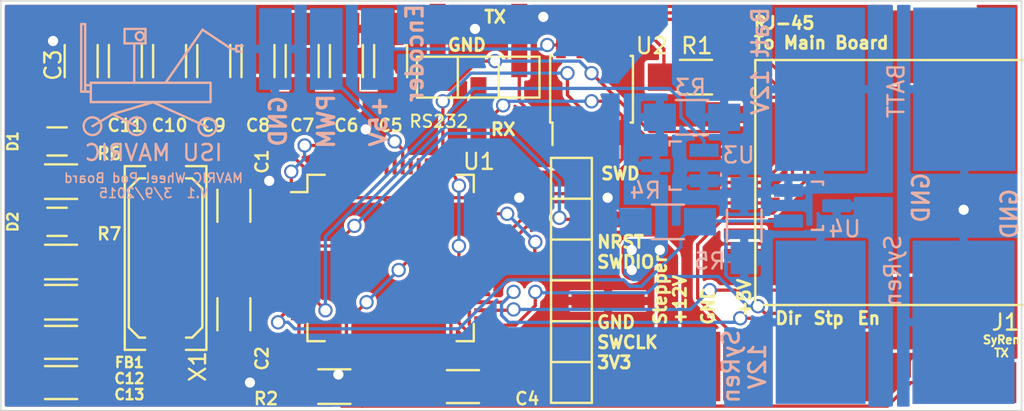
<source format=kicad_pcb>
(kicad_pcb (version 4) (host pcbnew "(2015-01-16 BZR 5376)-product")
  (layers (0 F.Cu signal hide) (31 B.Cu signal) (34 B.Paste user) (35 F.Paste user) (36 B.SilkS user) (37 F.SilkS user) (38 B.Mask user) (39 F.Mask user) (44 Edge.Cuts user))
  (net 0 "")
  (net 1 "Net-(U1-Pad4)")
  (net 2 "Net-(U1-Pad8)")
  (net 3 "Net-(U1-Pad9)")
  (net 4 "Net-(U1-Pad10)")
  (net 5 "Net-(U1-Pad11)")
  (net 6 "Net-(U1-Pad17)")
  (net 7 "Net-(U1-Pad20)")
  (net 8 "Net-(U1-Pad21)")
  (net 9 "Net-(U1-Pad22)")
  (net 10 "Net-(U1-Pad23)")
  (net 11 "Net-(U1-Pad24)")
  (net 12 "Net-(U1-Pad25)")
  (net 13 "Net-(U1-Pad26)")
  (net 14 "Net-(U1-Pad27)")
  (net 15 "Net-(U1-Pad28)")
  (net 16 "Net-(U1-Pad29)")
  (net 17 "Net-(U1-Pad33)")
  (net 18 "Net-(U1-Pad36)")
  (net 19 "Net-(U1-Pad37)")
  (net 20 "Net-(U1-Pad38)")
  (net 21 "Net-(U1-Pad39)")
  (net 22 "Net-(U1-Pad40)")
  (net 23 "Net-(U1-Pad44)")
  (net 24 "Net-(U1-Pad45)")
  (net 25 "Net-(U1-Pad51)")
  (net 26 "Net-(U1-Pad52)")
  (net 27 "Net-(U1-Pad53)")
  (net 28 "Net-(U1-Pad54)")
  (net 29 "Net-(U1-Pad56)")
  (net 30 "Net-(U1-Pad57)")
  (net 31 "Net-(U1-Pad58)")
  (net 32 "Net-(U1-Pad59)")
  (net 33 "Net-(U1-Pad61)")
  (net 34 "Net-(U1-Pad62)")
  (net 35 /OSC_IN)
  (net 36 GND)
  (net 37 /OSC_OUT)
  (net 38 "Net-(C3-Pad1)")
  (net 39 "Net-(C4-Pad1)")
  (net 40 +3V3)
  (net 41 /VDDA)
  (net 42 +5V)
  (net 43 +12V)
  (net 44 /Step_Enable)
  (net 45 /Step_Step)
  (net 46 /Step_Direction)
  (net 47 /USART1_TX)
  (net 48 /USART1_RX)
  (net 49 "Net-(P3-Pad6)")
  (net 50 /NRST)
  (net 51 /SWDIO)
  (net 52 /SWCLK)
  (net 53 /StepperCurrent)
  (net 54 /Stp+12V)
  (net 55 /SyRenCurrent)
  (net 56 "Net-(J1-Pad1)")
  (net 57 "Net-(J1-Pad2)")
  (net 58 "Net-(J1-Pad4)")
  (net 59 "Net-(J1-Pad5)")
  (net 60 "Net-(P4-Pad2)")
  (net 61 /USART2_TX)
  (net 62 /TX_EN)
  (net 63 "Net-(D1-Pad1)")
  (net 64 "Net-(D1-Pad2)")
  (net 65 "Net-(D2-Pad2)")
  (net 66 "Net-(J2-Pad2)")
  (net 67 "Net-(D2-Pad1)")
  (module Capacitors_SMD:C_1206_HandSoldering (layer F.Cu) (at 234.2 141.55 90)
    (fp_text reference C1 (at 2.75 1.75 90) (layer F.SilkS) (effects (font (size 0.762 0.762))))
    (fp_text value 15pF hide)
    (pad 1 smd rect (at -2 0 90) (size 2 1.6) (layers F.Cu F.Paste F.Mask) (net 35 /OSC_IN))
    (pad 2 smd rect (at 2 0 90) (size 2 1.6) (layers F.Cu F.Paste F.Mask) (net 36 GND))
  )
  (module Housings_QFP:LQFP-64_10x10mm_Pitch0.5mm (layer F.Cu) (at 243.95 144.8)
    (fp_text reference U1 (at 5.5 -6) (layer F.SilkS))
    (fp_text value STM32F401RCT6 hide)
    (pad 1 smd rect (at -5.7 -3.75) (size 1 0.25) (layers F.Cu F.Paste F.Mask) (net 40 +3V3))
    (pad 2 smd rect (at -5.7 -3.25) (size 1 0.25) (layers F.Cu F.Paste F.Mask) (net 64 "Net-(D1-Pad2)"))
    (pad 3 smd rect (at -5.7 -2.75) (size 1 0.25) (layers F.Cu F.Paste F.Mask) (net 65 "Net-(D2-Pad2)"))
    (pad 4 smd rect (at -5.7 -2.25) (size 1 0.25) (layers F.Cu F.Paste F.Mask) (net 1 "Net-(U1-Pad4)"))
    (pad 5 smd rect (at -5.7 -1.75) (size 1 0.25) (layers F.Cu F.Paste F.Mask) (net 35 /OSC_IN))
    (pad 6 smd rect (at -5.7 -1.25) (size 1 0.25) (layers F.Cu F.Paste F.Mask) (net 37 /OSC_OUT))
    (pad 7 smd rect (at -5.7 -0.75) (size 1 0.25) (layers F.Cu F.Paste F.Mask) (net 50 /NRST))
    (pad 8 smd rect (at -5.7 -0.25) (size 1 0.25) (layers F.Cu F.Paste F.Mask) (net 2 "Net-(U1-Pad8)"))
    (pad 9 smd rect (at -5.7 0.25) (size 1 0.25) (layers F.Cu F.Paste F.Mask) (net 3 "Net-(U1-Pad9)"))
    (pad 10 smd rect (at -5.7 0.75) (size 1 0.25) (layers F.Cu F.Paste F.Mask) (net 4 "Net-(U1-Pad10)"))
    (pad 11 smd rect (at -5.7 1.25) (size 1 0.25) (layers F.Cu F.Paste F.Mask) (net 5 "Net-(U1-Pad11)"))
    (pad 12 smd rect (at -5.7 1.75) (size 1 0.25) (layers F.Cu F.Paste F.Mask) (net 36 GND))
    (pad 13 smd rect (at -5.7 2.25) (size 1 0.25) (layers F.Cu F.Paste F.Mask) (net 41 /VDDA))
    (pad 14 smd rect (at -5.7 2.75) (size 1 0.25) (layers F.Cu F.Paste F.Mask) (net 53 /StepperCurrent))
    (pad 15 smd rect (at -5.7 3.25) (size 1 0.25) (layers F.Cu F.Paste F.Mask) (net 55 /SyRenCurrent))
    (pad 16 smd rect (at -5.7 3.75) (size 1 0.25) (layers F.Cu F.Paste F.Mask) (net 61 /USART2_TX))
    (pad 17 smd rect (at -3.75 5.7 90) (size 1 0.25) (layers F.Cu F.Paste F.Mask) (net 6 "Net-(U1-Pad17)"))
    (pad 18 smd rect (at -3.25 5.7 90) (size 1 0.25) (layers F.Cu F.Paste F.Mask) (net 36 GND))
    (pad 19 smd rect (at -2.75 5.7 90) (size 1 0.25) (layers F.Cu F.Paste F.Mask) (net 40 +3V3))
    (pad 20 smd rect (at -2.25 5.7 90) (size 1 0.25) (layers F.Cu F.Paste F.Mask) (net 7 "Net-(U1-Pad20)"))
    (pad 21 smd rect (at -1.75 5.7 90) (size 1 0.25) (layers F.Cu F.Paste F.Mask) (net 8 "Net-(U1-Pad21)"))
    (pad 22 smd rect (at -1.25 5.7 90) (size 1 0.25) (layers F.Cu F.Paste F.Mask) (net 9 "Net-(U1-Pad22)"))
    (pad 23 smd rect (at -0.75 5.7 90) (size 1 0.25) (layers F.Cu F.Paste F.Mask) (net 10 "Net-(U1-Pad23)"))
    (pad 24 smd rect (at -0.25 5.7 90) (size 1 0.25) (layers F.Cu F.Paste F.Mask) (net 11 "Net-(U1-Pad24)"))
    (pad 25 smd rect (at 0.25 5.7 90) (size 1 0.25) (layers F.Cu F.Paste F.Mask) (net 12 "Net-(U1-Pad25)"))
    (pad 26 smd rect (at 0.75 5.7 90) (size 1 0.25) (layers F.Cu F.Paste F.Mask) (net 13 "Net-(U1-Pad26)"))
    (pad 27 smd rect (at 1.25 5.7 90) (size 1 0.25) (layers F.Cu F.Paste F.Mask) (net 14 "Net-(U1-Pad27)"))
    (pad 28 smd rect (at 1.75 5.7 90) (size 1 0.25) (layers F.Cu F.Paste F.Mask) (net 15 "Net-(U1-Pad28)"))
    (pad 29 smd rect (at 2.25 5.7 90) (size 1 0.25) (layers F.Cu F.Paste F.Mask) (net 16 "Net-(U1-Pad29)"))
    (pad 30 smd rect (at 2.75 5.7 90) (size 1 0.25) (layers F.Cu F.Paste F.Mask) (net 39 "Net-(C4-Pad1)"))
    (pad 31 smd rect (at 3.25 5.7 90) (size 1 0.25) (layers F.Cu F.Paste F.Mask) (net 36 GND))
    (pad 32 smd rect (at 3.75 5.7 90) (size 1 0.25) (layers F.Cu F.Paste F.Mask) (net 40 +3V3))
    (pad 33 smd rect (at 5.7 3.75) (size 1 0.25) (layers F.Cu F.Paste F.Mask) (net 17 "Net-(U1-Pad33)"))
    (pad 34 smd rect (at 5.7 3.25) (size 1 0.25) (layers F.Cu F.Paste F.Mask) (net 44 /Step_Enable))
    (pad 35 smd rect (at 5.7 2.75) (size 1 0.25) (layers F.Cu F.Paste F.Mask) (net 46 /Step_Direction))
    (pad 36 smd rect (at 5.7 2.25) (size 1 0.25) (layers F.Cu F.Paste F.Mask) (net 18 "Net-(U1-Pad36)"))
    (pad 37 smd rect (at 5.7 1.75) (size 1 0.25) (layers F.Cu F.Paste F.Mask) (net 19 "Net-(U1-Pad37)"))
    (pad 38 smd rect (at 5.7 1.25) (size 1 0.25) (layers F.Cu F.Paste F.Mask) (net 20 "Net-(U1-Pad38)"))
    (pad 39 smd rect (at 5.7 0.75) (size 1 0.25) (layers F.Cu F.Paste F.Mask) (net 21 "Net-(U1-Pad39)"))
    (pad 40 smd rect (at 5.7 0.25) (size 1 0.25) (layers F.Cu F.Paste F.Mask) (net 22 "Net-(U1-Pad40)"))
    (pad 41 smd rect (at 5.7 -0.25) (size 1 0.25) (layers F.Cu F.Paste F.Mask) (net 45 /Step_Step))
    (pad 42 smd rect (at 5.7 -0.75) (size 1 0.25) (layers F.Cu F.Paste F.Mask) (net 47 /USART1_TX))
    (pad 43 smd rect (at 5.7 -1.25) (size 1 0.25) (layers F.Cu F.Paste F.Mask) (net 48 /USART1_RX))
    (pad 44 smd rect (at 5.7 -1.75) (size 1 0.25) (layers F.Cu F.Paste F.Mask) (net 23 "Net-(U1-Pad44)"))
    (pad 45 smd rect (at 5.7 -2.25) (size 1 0.25) (layers F.Cu F.Paste F.Mask) (net 24 "Net-(U1-Pad45)"))
    (pad 46 smd rect (at 5.7 -2.75) (size 1 0.25) (layers F.Cu F.Paste F.Mask) (net 51 /SWDIO))
    (pad 47 smd rect (at 5.7 -3.25) (size 1 0.25) (layers F.Cu F.Paste F.Mask) (net 36 GND))
    (pad 48 smd rect (at 5.7 -3.75) (size 1 0.25) (layers F.Cu F.Paste F.Mask) (net 40 +3V3))
    (pad 49 smd rect (at 3.75 -5.7 90) (size 1 0.25) (layers F.Cu F.Paste F.Mask) (net 52 /SWCLK))
    (pad 50 smd rect (at 3.25 -5.7 90) (size 1 0.25) (layers F.Cu F.Paste F.Mask) (net 62 /TX_EN))
    (pad 51 smd rect (at 2.75 -5.7 90) (size 1 0.25) (layers F.Cu F.Paste F.Mask) (net 25 "Net-(U1-Pad51)"))
    (pad 52 smd rect (at 2.25 -5.7 90) (size 1 0.25) (layers F.Cu F.Paste F.Mask) (net 26 "Net-(U1-Pad52)"))
    (pad 53 smd rect (at 1.75 -5.7 90) (size 1 0.25) (layers F.Cu F.Paste F.Mask) (net 27 "Net-(U1-Pad53)"))
    (pad 54 smd rect (at 1.25 -5.7 90) (size 1 0.25) (layers F.Cu F.Paste F.Mask) (net 28 "Net-(U1-Pad54)"))
    (pad 55 smd rect (at 0.75 -5.7 90) (size 1 0.25) (layers F.Cu F.Paste F.Mask) (net 66 "Net-(J2-Pad2)"))
    (pad 56 smd rect (at 0.25 -5.7 90) (size 1 0.25) (layers F.Cu F.Paste F.Mask) (net 29 "Net-(U1-Pad56)"))
    (pad 57 smd rect (at -0.25 -5.7 90) (size 1 0.25) (layers F.Cu F.Paste F.Mask) (net 30 "Net-(U1-Pad57)"))
    (pad 58 smd rect (at -0.75 -5.7 90) (size 1 0.25) (layers F.Cu F.Paste F.Mask) (net 31 "Net-(U1-Pad58)"))
    (pad 59 smd rect (at -1.25 -5.7 90) (size 1 0.25) (layers F.Cu F.Paste F.Mask) (net 32 "Net-(U1-Pad59)"))
    (pad 60 smd rect (at -1.75 -5.7 90) (size 1 0.25) (layers F.Cu F.Paste F.Mask) (net 38 "Net-(C3-Pad1)"))
    (pad 61 smd rect (at -2.25 -5.7 90) (size 1 0.25) (layers F.Cu F.Paste F.Mask) (net 33 "Net-(U1-Pad61)"))
    (pad 62 smd rect (at -2.75 -5.7 90) (size 1 0.25) (layers F.Cu F.Paste F.Mask) (net 34 "Net-(U1-Pad62)"))
    (pad 63 smd rect (at -3.25 -5.7 90) (size 1 0.25) (layers F.Cu F.Paste F.Mask) (net 36 GND))
    (pad 64 smd rect (at -3.75 -5.7 90) (size 1 0.25) (layers F.Cu F.Paste F.Mask) (net 40 +3V3))
  )
  (module Capacitors_SMD:C_1206_HandSoldering (layer F.Cu) (at 234.2 148.3 270)
    (fp_text reference C2 (at 2.75 -1.75 270) (layer F.SilkS) (effects (font (size 0.762 0.762))))
    (fp_text value 15pF hide)
    (pad 1 smd rect (at -2 0 270) (size 2 1.6) (layers F.Cu F.Paste F.Mask) (net 37 /OSC_OUT))
    (pad 2 smd rect (at 2 0 270) (size 2 1.6) (layers F.Cu F.Paste F.Mask) (net 36 GND))
  )
  (module Capacitors_SMD:C_1206_HandSoldering (layer F.Cu) (at 224.7 132.55 90)
    (fp_text reference C3 (at -0.25 -1.75 270) (layer F.SilkS))
    (fp_text value .1uF hide)
    (pad 1 smd rect (at -2 0 90) (size 2 1.6) (layers F.Cu F.Paste F.Mask) (net 38 "Net-(C3-Pad1)"))
    (pad 2 smd rect (at 2 0 90) (size 2 1.6) (layers F.Cu F.Paste F.Mask) (net 36 GND))
  )
  (module Capacitors_SMD:C_1206_HandSoldering (layer F.Cu) (at 248.45 152.8 180)
    (fp_text reference C4 (at -4 -0.75 180) (layer F.SilkS) (effects (font (size 0.762 0.762))))
    (fp_text value 4.7uF hide)
    (pad 1 smd rect (at -2 0 180) (size 2 1.6) (layers F.Cu F.Paste F.Mask) (net 39 "Net-(C4-Pad1)"))
    (pad 2 smd rect (at 2 0 180) (size 2 1.6) (layers F.Cu F.Paste F.Mask) (net 36 GND))
  )
  (module Capacitors_SMD:C_1206_HandSoldering (layer F.Cu) (at 243.95 132.55 90)
    (fp_text reference C5 (at -4 0 180) (layer F.SilkS) (effects (font (size 0.762 0.762))))
    (fp_text value .1uF hide)
    (pad 1 smd rect (at -2 0 90) (size 2 1.6) (layers F.Cu F.Paste F.Mask) (net 40 +3V3))
    (pad 2 smd rect (at 2 0 90) (size 2 1.6) (layers F.Cu F.Paste F.Mask) (net 36 GND))
  )
  (module Capacitors_SMD:C_1206_HandSoldering (layer F.Cu) (at 241.2 132.55 90)
    (fp_text reference C6 (at -4 0 180) (layer F.SilkS) (effects (font (size 0.762 0.762))))
    (fp_text value .1uF hide)
    (pad 1 smd rect (at -2 0 90) (size 2 1.6) (layers F.Cu F.Paste F.Mask) (net 40 +3V3))
    (pad 2 smd rect (at 2 0 90) (size 2 1.6) (layers F.Cu F.Paste F.Mask) (net 36 GND))
  )
  (module Capacitors_SMD:C_1206_HandSoldering (layer F.Cu) (at 238.45 132.55 90)
    (fp_text reference C7 (at -4 0 180) (layer F.SilkS) (effects (font (size 0.762 0.762))))
    (fp_text value .1uF hide)
    (pad 1 smd rect (at -2 0 90) (size 2 1.6) (layers F.Cu F.Paste F.Mask) (net 40 +3V3))
    (pad 2 smd rect (at 2 0 90) (size 2 1.6) (layers F.Cu F.Paste F.Mask) (net 36 GND))
  )
  (module Capacitors_SMD:C_1206_HandSoldering (layer F.Cu) (at 235.7 132.55 90)
    (fp_text reference C8 (at -4 0 180) (layer F.SilkS) (effects (font (size 0.762 0.762))))
    (fp_text value 4.7uF hide)
    (pad 1 smd rect (at -2 0 90) (size 2 1.6) (layers F.Cu F.Paste F.Mask) (net 40 +3V3))
    (pad 2 smd rect (at 2 0 90) (size 2 1.6) (layers F.Cu F.Paste F.Mask) (net 36 GND))
  )
  (module Capacitors_SMD:C_1206_HandSoldering (layer F.Cu) (at 232.95 132.55 90)
    (fp_text reference C9 (at -4 0 180) (layer F.SilkS) (effects (font (size 0.762 0.762))))
    (fp_text value .1uF hide)
    (pad 1 smd rect (at -2 0 90) (size 2 1.6) (layers F.Cu F.Paste F.Mask) (net 40 +3V3))
    (pad 2 smd rect (at 2 0 90) (size 2 1.6) (layers F.Cu F.Paste F.Mask) (net 36 GND))
  )
  (module Capacitors_SMD:C_1206_HandSoldering (layer F.Cu) (at 230.2 132.55 90)
    (fp_text reference C10 (at -4 0 180) (layer F.SilkS) (effects (font (size 0.762 0.762))))
    (fp_text value .1uF hide)
    (pad 1 smd rect (at -2 0 90) (size 2 1.6) (layers F.Cu F.Paste F.Mask) (net 40 +3V3))
    (pad 2 smd rect (at 2 0 90) (size 2 1.6) (layers F.Cu F.Paste F.Mask) (net 36 GND))
  )
  (module Capacitors_SMD:C_1206_HandSoldering (layer F.Cu) (at 227.45 132.55 90)
    (fp_text reference C11 (at -4 0 180) (layer F.SilkS) (effects (font (size 0.762 0.762))))
    (fp_text value .1uF hide)
    (pad 1 smd rect (at -2 0 90) (size 2 1.6) (layers F.Cu F.Paste F.Mask) (net 40 +3V3))
    (pad 2 smd rect (at 2 0 90) (size 2 1.6) (layers F.Cu F.Paste F.Mask) (net 36 GND))
  )
  (module Capacitors_SMD:C_1206_HandSoldering (layer F.Cu) (at 223.45 150.05 180)
    (fp_text reference C12 (at -4.25 -2.25 180) (layer F.SilkS) (effects (font (size 0.635 0.635))))
    (fp_text value .1uF hide)
    (pad 1 smd rect (at -2 0 180) (size 2 1.6) (layers F.Cu F.Paste F.Mask) (net 41 /VDDA))
    (pad 2 smd rect (at 2 0 180) (size 2 1.6) (layers F.Cu F.Paste F.Mask) (net 36 GND))
  )
  (module Capacitors_SMD:C_1206_HandSoldering (layer F.Cu) (at 223.45 152.55 180)
    (fp_text reference C13 (at -4.25 -0.75 360) (layer F.SilkS) (effects (font (size 0.635 0.635))))
    (fp_text value 1uF hide)
    (pad 1 smd rect (at -2 0 180) (size 2 1.6) (layers F.Cu F.Paste F.Mask) (net 41 /VDDA))
    (pad 2 smd rect (at 2 0 180) (size 2 1.6) (layers F.Cu F.Paste F.Mask) (net 36 GND))
  )
  (module Resistors_SMD:R_1206_HandSoldering (layer F.Cu) (at 223.45 147.55)
    (fp_text reference FB1 (at 4.25 3.75) (layer F.SilkS) (effects (font (size 0.635 0.635))))
    (fp_text value 50O hide)
    (pad 1 smd rect (at -2 0) (size 2 1.7) (layers F.Cu F.Paste F.Mask) (net 40 +3V3))
    (pad 2 smd rect (at 2 0) (size 2 1.7) (layers F.Cu F.Paste F.Mask) (net 41 /VDDA))
  )
  (module Resistors_SMD:R_1206_HandSoldering (layer F.Cu) (at 262.95 133.55)
    (fp_text reference R1 (at 0.05 -1.95 180) (layer F.SilkS))
    (fp_text value 100 hide)
    (pad 1 smd rect (at -2 0) (size 2 1.7) (layers F.Cu F.Paste F.Mask) (net 59 "Net-(J1-Pad5)"))
    (pad 2 smd rect (at 2 0) (size 2 1.7) (layers F.Cu F.Paste F.Mask) (net 58 "Net-(J1-Pad4)"))
  )
  (module Resistors_SMD:R_1206_HandSoldering (layer F.Cu) (at 240.45 152.8 180)
    (fp_text reference R2 (at 4.25 -0.75 180) (layer F.SilkS) (effects (font (size 0.762 0.762))))
    (fp_text value 8.06k hide)
    (pad 1 smd rect (at -2 0 180) (size 2 1.7) (layers F.Cu F.Paste F.Mask) (net 36 GND))
    (pad 2 smd rect (at 2 0 180) (size 2 1.7) (layers F.Cu F.Paste F.Mask) (net 53 /StepperCurrent))
  )
  (module Resistors_SMD:R_1206_HandSoldering (layer B.Cu) (at 262.7 136.05 180)
    (fp_text reference R3 (at 0.1 1.85 180) (layer B.SilkS) (effects (justify mirror)))
    (fp_text value 25m hide)
    (pad 1 smd rect (at -2 0 180) (size 2 1.7) (layers B.Cu B.Paste B.Mask) (net 43 +12V))
    (pad 2 smd rect (at 2 0 180) (size 2 1.7) (layers B.Cu B.Paste B.Mask) (net 54 /Stp+12V))
  )
  (module Resistors_SMD:R_1206_HandSoldering (layer B.Cu) (at 261.2 142.55)
    (fp_text reference R4 (at -1.4 -1.95) (layer B.SilkS) (effects (justify mirror)))
    (fp_text value 8.06k hide)
    (pad 1 smd rect (at -2 0) (size 2 1.7) (layers B.Cu B.Paste B.Mask) (net 36 GND))
    (pad 2 smd rect (at 2 0) (size 2 1.7) (layers B.Cu B.Paste B.Mask) (net 55 /SyRenCurrent))
  )
  (module Resistors_SMD:R_1206_HandSoldering (layer B.Cu) (at 265.95 142.8 270)
    (fp_text reference R5 (at 2.2 2.15 360) (layer B.SilkS) (effects (justify mirror)))
    (fp_text value 7m hide)
    (pad 1 smd rect (at -2 0 270) (size 2 1.7) (layers B.Cu B.Paste B.Mask) (net 43 +12V))
    (pad 2 smd rect (at 2 0 270) (size 2 1.7) (layers B.Cu B.Paste B.Mask) (net 60 "Net-(P4-Pad2)"))
  )
  (module Crystals_Oscillators_SMD:Q_49U3HMS (layer F.Cu) (at 229.95 144.8 270)
    (fp_text reference X1 (at 6.75 -2 450) (layer F.SilkS))
    (fp_text value 24MHz hide)
    (pad 1 smd rect (at -4.699 0 270) (size 5.4991 1.99898) (layers F.Cu F.Paste F.Mask) (net 35 /OSC_IN))
    (pad 2 smd rect (at 4.699 0 270) (size 5.4991 1.99898) (layers F.Cu F.Paste F.Mask) (net 37 /OSC_OUT))
  )
  (module MAVRIC_footprints:Molex_RJ45_0437438101 (layer F.Cu) (at 265.95 144.55 90)
    (fp_text reference J1 (at -4.25 16.25 180) (layer F.SilkS))
    (fp_text value Conn_RJ-45 hide)
    (pad 1 smd rect (at 0 0 90) (size 0.635 2.54) (layers F.Cu F.Paste F.Mask) (net 56 "Net-(J1-Pad1)"))
    (pad 2 smd rect (at 1.27 0 90) (size 0.635 2.54) (layers F.Cu F.Paste F.Mask) (net 57 "Net-(J1-Pad2)"))
    (pad 3 smd rect (at 2.54 0 90) (size 0.635 2.54) (layers F.Cu F.Paste F.Mask) (net 42 +5V))
    (pad 4 smd rect (at 3.81 0 90) (size 0.635 2.54) (layers F.Cu F.Paste F.Mask) (net 58 "Net-(J1-Pad4)"))
    (pad 5 smd rect (at 5.08 0 90) (size 0.635 2.54) (layers F.Cu F.Paste F.Mask) (net 59 "Net-(J1-Pad5)"))
    (pad 6 smd rect (at 6.35 0 90) (size 0.635 2.54) (layers F.Cu F.Paste F.Mask) (net 36 GND))
    (pad 7 smd rect (at 7.62 0 90) (size 0.635 2.54) (layers F.Cu F.Paste F.Mask) (net 40 +3V3))
    (pad 8 smd rect (at 8.89 0 90) (size 0.635 2.54) (layers F.Cu F.Paste F.Mask) (net 36 GND))
    (pad "" smd rect (at 12.8905 11.7983 90) (size 4.5212 5.207) (layers F.Cu F.Paste F.Mask))
    (pad "" smd rect (at -3.683 11.7983 90) (size 4.5212 5.207) (layers F.Cu F.Paste F.Mask))
  )
  (module Housings_SOIC:SOIC-8_3.9x4.9mm_Pitch1.27mm (layer F.Cu) (at 256.45 134.3 90)
    (fp_text reference U2 (at 2.7 3.75 180) (layer F.SilkS))
    (fp_text value SN75176BDR hide)
    (pad 1 smd rect (at -2.7 -1.905 90) (size 1.55 0.6) (layers F.Cu F.Paste F.Mask) (net 48 /USART1_RX))
    (pad 2 smd rect (at -2.7 -0.635 90) (size 1.55 0.6) (layers F.Cu F.Paste F.Mask) (net 62 /TX_EN))
    (pad 3 smd rect (at -2.7 0.635 90) (size 1.55 0.6) (layers F.Cu F.Paste F.Mask) (net 62 /TX_EN))
    (pad 4 smd rect (at -2.7 1.905 90) (size 1.55 0.6) (layers F.Cu F.Paste F.Mask) (net 47 /USART1_TX))
    (pad 5 smd rect (at 2.7 1.905 90) (size 1.55 0.6) (layers F.Cu F.Paste F.Mask) (net 36 GND))
    (pad 6 smd rect (at 2.7 0.635 90) (size 1.55 0.6) (layers F.Cu F.Paste F.Mask) (net 59 "Net-(J1-Pad5)"))
    (pad 7 smd rect (at 2.7 -0.635 90) (size 1.55 0.6) (layers F.Cu F.Paste F.Mask) (net 58 "Net-(J1-Pad4)"))
    (pad 8 smd rect (at 2.7 -1.905 90) (size 1.55 0.6) (layers F.Cu F.Paste F.Mask) (net 42 +5V))
  )
  (module Housings_SOT-23_SOT-143_TSOT-6:SOT23_Handsoldering (layer B.Cu) (at 261.95 139.05 270)
    (fp_text reference U3 (at -0.65 -3.65 540) (layer B.SilkS) (effects (justify mirror)))
    (fp_text value ZXCT1107 hide)
    (pad 1 smd rect (at -0.95 -1.50114 270) (size 0.8001 1.80086) (layers B.Cu B.Paste B.Mask) (net 53 /StepperCurrent))
    (pad 2 smd rect (at 0.95 -1.50114 270) (size 0.8001 1.80086) (layers B.Cu B.Paste B.Mask) (net 43 +12V))
    (pad 3 smd rect (at 0 1.50114 270) (size 0.8001 1.80086) (layers B.Cu B.Paste B.Mask) (net 54 /Stp+12V))
  )
  (module Housings_SOT-23_SOT-143_TSOT-6:SOT23_Handsoldering (layer B.Cu) (at 270.2 141.55 90)
    (fp_text reference U4 (at -1.45 2 360) (layer B.SilkS) (effects (justify mirror)))
    (fp_text value ZXCT1107 hide)
    (pad 1 smd rect (at -0.95 -1.50114 90) (size 0.8001 1.80086) (layers B.Cu B.Paste B.Mask) (net 55 /SyRenCurrent))
    (pad 2 smd rect (at 0.95 -1.50114 90) (size 0.8001 1.80086) (layers B.Cu B.Paste B.Mask) (net 43 +12V))
    (pad 3 smd rect (at 0 1.50114 90) (size 0.8001 1.80086) (layers B.Cu B.Paste B.Mask) (net 60 "Net-(P4-Pad2)"))
  )
  (module Wire_Pads:SolderWirePad_3x_0-8mmDrill (layer B.Cu) (at 270.7 148.8 180)
    (fp_text reference P4 hide)
    (fp_text value SyRen (at -4.5 3.2 450) (layer B.SilkS) (effects (justify mirror)))
    (pad 1 smd rect (at -8.89 0 180) (size 6.35 10.16) (layers B.Cu B.Paste B.Mask) (net 36 GND))
    (pad 2 smd rect (at 0 0 180) (size 5.588 10.16) (layers B.Cu B.Paste B.Mask) (net 60 "Net-(P4-Pad2)"))
    (pad 3 smd rect (at -9 -3.75 180) (size 6.35 2.54) (layers F.Cu F.Paste F.Mask) (net 61 /USART2_TX))
  )
  (module Wire_Pads:SolderWirePad_2x_0-8mmDrill (layer B.Cu) (at 277.7 134.3 180)
    (fp_text reference P5 hide)
    (fp_text value BATT (at 2.3 -0.1 450) (layer B.SilkS) (effects (justify mirror)))
    (pad 1 smd rect (at 0.6 0 180) (size 6.35 10.16) (drill (offset -2.54 0)) (layers B.Cu B.Paste B.Mask) (net 36 GND))
    (pad 2 smd rect (at 4.5 0 180) (size 5.588 10.16) (drill (offset 2.54 0)) (layers B.Cu B.Paste B.Mask) (net 43 +12V))
  )
  (module MAVRIC_footprints:SolderWirePad_6xInline_0-8mmDrill (layer F.Cu) (at 267.2 151.55)
    (fp_text reference P1 hide)
    (fp_text value UIM240XX_Stepper_Conn hide)
    (pad 1 smd rect (at -6 0) (size 1.524 4.318) (layers F.Cu F.Paste F.Mask) (net 54 /Stp+12V))
    (pad 2 smd rect (at -3.5 0) (size 1.524 4.318) (layers F.Cu F.Paste F.Mask) (net 36 GND))
    (pad 3 smd rect (at -1 0) (size 1.524 4.318) (layers F.Cu F.Paste F.Mask) (net 42 +5V))
    (pad 4 smd rect (at 1.5 0) (size 1.524 4.318) (layers F.Cu F.Paste F.Mask) (net 46 /Step_Direction))
    (pad 5 smd rect (at 4 0) (size 1.524 4.318) (layers F.Cu F.Paste F.Mask) (net 45 /Step_Step))
    (pad 6 smd rect (at 6.5 0) (size 1.524 4.318) (layers F.Cu F.Paste F.Mask) (net 44 /Step_Enable))
  )
  (module Resistors_SMD:R_0805_HandSoldering (layer F.Cu) (at 223.2 137.55)
    (fp_text reference D1 (at -2.75 0 90) (layer F.SilkS) (effects (font (size 0.635 0.635))))
    (fp_text value "LED Red" hide)
    (pad 1 smd rect (at -1.35 0) (size 1.5 1.3) (layers F.Cu F.Paste F.Mask) (net 63 "Net-(D1-Pad1)"))
    (pad 2 smd rect (at 1.35 0) (size 1.5 1.3) (layers F.Cu F.Paste F.Mask) (net 64 "Net-(D1-Pad2)"))
  )
  (module Resistors_SMD:R_0805_HandSoldering (layer F.Cu) (at 223.2 142.55)
    (fp_text reference D2 (at -2.75 0 90) (layer F.SilkS) (effects (font (size 0.635 0.635))))
    (fp_text value "LED Green" hide)
    (pad 1 smd rect (at -1.35 0) (size 1.5 1.3) (layers F.Cu F.Paste F.Mask) (net 67 "Net-(D2-Pad1)"))
    (pad 2 smd rect (at 1.35 0) (size 1.5 1.3) (layers F.Cu F.Paste F.Mask) (net 65 "Net-(D2-Pad2)"))
  )
  (module Resistors_SMD:R_1206_HandSoldering (layer F.Cu) (at 223.45 140.05)
    (fp_text reference R6 (at 3 -1.75) (layer F.SilkS) (effects (font (size 0.762 0.762))))
    (fp_text value 100 hide)
    (pad 1 smd rect (at -2 0) (size 2 1.7) (layers F.Cu F.Paste F.Mask) (net 63 "Net-(D1-Pad1)"))
    (pad 2 smd rect (at 2 0) (size 2 1.7) (layers F.Cu F.Paste F.Mask) (net 36 GND))
  )
  (module MAVRIC_footprints:MAVRIC_LOGO (layer B.Cu) (at 229.2 138.8 180)
    (fp_text reference "ISU MAVRIC" (at 0 0.55 180) (layer B.SilkS) (effects (justify mirror)))
    (fp_text value VAL** hide)
  )
  (module MAVRIC_footprints:1x6_Breakaway_Header (layer F.Cu) (at 255.2 153.05 90)
    (fp_text reference P3 hide)
    (fp_text value ST_SWD_Connector hide)
    (pad 4 smd rect (at 8.1153 -2.27965 270) (size 0.9906 4.5593) (layers F.Cu F.Paste F.Mask) (net 51 /SWDIO))
    (pad 5 smd rect (at 10.6553 2.27965 270) (size 0.9906 4.5593) (layers F.Cu F.Paste F.Mask) (net 50 /NRST))
    (pad 6 smd rect (at 13.1953 -2.27965 270) (size 0.9906 4.5593) (layers F.Cu F.Paste F.Mask) (net 49 "Net-(P3-Pad6)"))
    (pad 1 smd rect (at 0.4953 2.27965 90) (size 0.9906 4.5593) (layers F.Cu F.Paste F.Mask) (net 40 +3V3))
    (pad 2 smd rect (at 3.0353 -2.27965 90) (size 0.9906 4.5593) (layers F.Cu F.Paste F.Mask) (net 52 /SWCLK))
    (pad 3 smd rect (at 5.5753 2.27965 90) (size 0.9906 4.5593) (layers F.Cu F.Paste F.Mask) (net 36 GND))
  )
  (module MAVRIC_footprints:1x3_Breakaway_Header (layer F.Cu) (at 252.45 133.55 180)
    (fp_text reference P2 hide)
    (fp_text value RS232 (at 5.5 -2.75 180) (layer F.SilkS) (effects (font (size 0.762 0.762) (thickness 0.127))))
    (pad 1 smd rect (at 0.4953 2.27965 180) (size 0.9906 4.5593) (layers F.Cu F.Paste F.Mask) (net 48 /USART1_RX))
    (pad 2 smd rect (at 3.0353 -2.27965 180) (size 0.9906 4.5593) (layers F.Cu F.Paste F.Mask) (net 47 /USART1_TX))
    (pad 3 smd rect (at 5.5753 2.27965 180) (size 0.9906 4.5593) (layers F.Cu F.Paste F.Mask) (net 36 GND))
  )
  (module Wire_Pads:SolderWirePad_3x_0-8mmDrill (layer B.Cu) (at 239.95 131.8 180)
    (fp_text reference J2 hide)
    (fp_text value "M3 Encoder" hide)
    (pad 1 smd rect (at -3.175 0 180) (size 2.032 5.08) (layers B.Cu B.Paste B.Mask) (net 42 +5V))
    (pad 2 smd rect (at 0 0 180) (size 2.032 5.08) (layers B.Cu B.Paste B.Mask) (net 66 "Net-(J2-Pad2)"))
    (pad 3 smd rect (at 3.175 0 180) (size 2.032 5.08) (layers B.Cu B.Paste B.Mask) (net 36 GND))
  )
  (module Resistors_SMD:R_1206_HandSoldering (layer F.Cu) (at 223.45 145.05 180)
    (fp_text reference R7 (at -3 1.75 180) (layer F.SilkS) (effects (font (size 0.762 0.762))))
    (fp_text value 100 hide)
    (pad 1 smd rect (at -2 0 180) (size 2 1.7) (layers F.Cu F.Paste F.Mask) (net 36 GND))
    (pad 2 smd rect (at 2 0 180) (size 2 1.7) (layers F.Cu F.Paste F.Mask) (net 67 "Net-(D2-Pad1)"))
  )
  (gr_text Encoder (at 245.45 132.05 90) (layer B.SilkS) (effects (font (size 1.016 1.016) (thickness 0.2032)) (justify mirror)))
  (gr_text +5V (at 243.2 136.3 90) (layer B.SilkS) (effects (font (size 1.016 1.016) (thickness 0.2032)) (justify mirror)))
  (gr_text PWM (at 239.95 136.3 90) (layer B.SilkS) (effects (font (size 1.016 1.016) (thickness 0.2032)) (justify mirror)))
  (gr_text GND (at 236.95 136.3 90) (layer B.SilkS) (effects (font (size 1.016 1.016) (thickness 0.2032)) (justify mirror)))
  (gr_text "MAVRIC Wheel Pod Board\nV.1  3/9/2015\n" (at 229.2 140.3) (layer B.SilkS) (effects (font (size 0.5842 0.5842) (thickness 0.1)) (justify mirror)))
  (gr_line (start 283.2 154.3) (end 219.7 154.3) (angle 90) (layer Edge.Cuts) (width 0.1))
  (gr_line (start 219.7 128.8) (end 283.2 128.8) (angle 90) (layer Edge.Cuts) (width 0.1))
  (gr_line (start 283.2 154.3) (end 283.2 128.8) (angle 90) (layer Edge.Cuts) (width 0.1))
  (gr_text GND (at 282.45 142.05 90) (layer B.SilkS) (effects (font (size 1.016 1.016) (thickness 0.1778)) (justify mirror)))
  (gr_text GND (at 276.95 141.05 90) (layer B.SilkS) (effects (font (size 1.016 1.016) (thickness 0.1778)) (justify mirror)))
  (gr_text "RJ-45\nTo Main Board" (at 266.45 130.8) (layer F.SilkS) (effects (font (size 0.762 0.762) (thickness 0.1778)) (justify left)))
  (gr_text En (at 273.7 148.55) (layer F.SilkS) (effects (font (size 0.762 0.762) (thickness 0.1778))))
  (gr_text Stp (at 271.2 148.55) (layer F.SilkS) (effects (font (size 0.762 0.762) (thickness 0.1778))))
  (gr_text Dir (at 268.7 148.55) (layer F.SilkS) (effects (font (size 0.762 0.762) (thickness 0.1778))))
  (gr_text +5V (at 265.95 148.55 90) (layer F.SilkS) (effects (font (size 0.762 0.762) (thickness 0.1778)) (justify left)))
  (gr_text GND (at 263.7 149.05 90) (layer F.SilkS) (effects (font (size 0.762 0.762) (thickness 0.1778)) (justify left)))
  (gr_text "Stepper\n+12V\n\n" (at 261.95 149.05 90) (layer F.SilkS) (effects (font (size 0.762 0.762) (thickness 0.1778)) (justify left)))
  (gr_text "3V3\n" (at 256.7 151.3) (layer F.SilkS) (effects (font (size 0.762 0.762) (thickness 0.1778)) (justify left)))
  (gr_text SWCLK (at 256.7 150.05) (layer F.SilkS) (effects (font (size 0.762 0.762) (thickness 0.1778)) (justify left)))
  (gr_text "GND\n" (at 256.7 148.8) (layer F.SilkS) (effects (font (size 0.762 0.762) (thickness 0.1778)) (justify left)))
  (gr_text SWDIO (at 256.7 145.05) (layer F.SilkS) (effects (font (size 0.762 0.762) (thickness 0.1778)) (justify left)))
  (gr_text "NRST\n" (at 256.7 143.8) (layer F.SilkS) (effects (font (size 0.762 0.762) (thickness 0.1778)) (justify left)))
  (gr_text SWD (at 256.95 139.55) (layer F.SilkS) (effects (font (size 0.762 0.762) (thickness 0.1778)) (justify left)))
  (gr_text "GND\n" (at 248.7 131.55) (layer F.SilkS) (effects (font (size 0.762 0.762) (thickness 0.1778))))
  (gr_text TX (at 250.45 129.8) (layer F.SilkS) (effects (font (size 0.762 0.762) (thickness 0.1778))))
  (gr_text RX (at 250.95 136.8) (layer F.SilkS) (effects (font (size 0.762 0.762) (thickness 0.1778))))
  (gr_text "SyRen\n12V" (at 265.95 151.55 90) (layer B.SilkS) (effects (font (size 1.016 1.016) (thickness 0.1778)) (justify mirror)))
  (gr_text "Batt 12V" (at 266.95 132.55 90) (layer B.SilkS) (effects (font (size 1.016 1.016) (thickness 0.1778)) (justify mirror)))
  (gr_line (start 219.7 154.3) (end 219.7 128.8) (angle 90) (layer Edge.Cuts) (width 0.1))
  (gr_text "SyRen\nTX" (at 281.95 150.3) (layer F.SilkS) (effects (font (size 0.508 0.508) (thickness 0.127))))
  (segment (start 229.95 140.101) (end 230.751 140.101) (width 0.2032) (layer F.Cu) (net 35))
  (segment (start 230.751 140.101) (end 233.7 143.05) (width 0.2032) (layer F.Cu) (net 35))
  (segment (start 233.7 143.05) (end 238.25 143.05) (width 0.2032) (layer F.Cu) (net 35))
  (segment (start 249.2 130.55) (end 252.7 130.55) (width 0.2032) (layer B.Cu) (net 36))
  (segment (start 248.47965 131.27035) (end 249.2 130.55) (width 0.2032) (layer F.Cu) (net 36))
  (via (at 249.2 130.55) (size 0.889) (layers F.Cu B.Cu) (net 36))
  (segment (start 246.8747 131.27035) (end 248.47965 131.27035) (width 0.2032) (layer F.Cu) (net 36))
  (via (at 253.45 129.8) (size 0.889) (layers F.Cu B.Cu) (net 36))
  (segment (start 252.7 130.55) (end 253.45 129.8) (width 0.2032) (layer B.Cu) (net 36))
  (segment (start 249.65 141.55) (end 250.45 141.55) (width 0.2032) (layer F.Cu) (net 36))
  (via (at 251.95 141.05) (size 0.889) (layers F.Cu B.Cu) (net 36))
  (segment (start 250.95 141.05) (end 251.95 141.05) (width 0.2032) (layer F.Cu) (net 36))
  (segment (start 250.45 141.55) (end 250.95 141.05) (width 0.2032) (layer F.Cu) (net 36))
  (segment (start 257.45 141.05) (end 257.45 141.2) (width 0.2032) (layer B.Cu) (net 36))
  (via (at 257.45 141.05) (size 0.889) (layers F.Cu B.Cu) (net 36))
  (segment (start 257.45 141.2) (end 259.2 142.55) (width 0.2032) (layer B.Cu) (net 36))
  (segment (start 259.81 135.66) (end 265.95 135.66) (width 0.2032) (layer F.Cu) (net 36))
  (segment (start 257.355 133.205) (end 259.81 135.66) (width 0.2032) (layer F.Cu) (net 36))
  (segment (start 279.59 148.8) (end 279.59 141.81) (width 0.2032) (layer B.Cu) (net 36))
  (via (at 279.6 141.8) (size 0.889) (layers F.Cu B.Cu) (net 36))
  (segment (start 279.59 141.81) (end 279.6 141.8) (width 0.2032) (layer B.Cu) (net 36))
  (segment (start 234.2 139.55) (end 235.95 139.55) (width 0.2032) (layer F.Cu) (net 36))
  (via (at 236.4 140) (size 0.889) (layers F.Cu B.Cu) (net 36))
  (segment (start 235.95 139.55) (end 236.4 140) (width 0.2032) (layer F.Cu) (net 36))
  (segment (start 240.7 139.1) (end 240.7 138.5) (width 0.2032) (layer F.Cu) (net 36))
  (via (at 242.4 136.8) (size 0.889) (layers F.Cu B.Cu) (net 36))
  (segment (start 240.7 138.5) (end 242.4 136.8) (width 0.2032) (layer F.Cu) (net 36))
  (segment (start 242.45 153.3) (end 242.45 152.8) (width 0.2032) (layer F.Cu) (net 36))
  (segment (start 247.2 150.5) (end 247.2 148.8) (width 0.2032) (layer F.Cu) (net 36))
  (segment (start 244.95 146.55) (end 239.45 146.55) (width 0.2032) (layer F.Cu) (net 36))
  (segment (start 247.2 148.8) (end 244.95 146.55) (width 0.2032) (layer F.Cu) (net 36))
  (segment (start 238.25 146.55) (end 239.45 146.55) (width 0.2032) (layer F.Cu) (net 36))
  (segment (start 240.7 147.8) (end 240.7 150.5) (width 0.2032) (layer F.Cu) (net 36))
  (segment (start 239.45 146.55) (end 240.7 147.8) (width 0.2032) (layer F.Cu) (net 36))
  (segment (start 221.45 152.55) (end 221.8 152.55) (width 0.2032) (layer F.Cu) (net 36))
  (segment (start 221.45 150.05) (end 221.45 152.55) (width 0.2032) (layer F.Cu) (net 36))
  (segment (start 227.45 130.55) (end 224.7 130.55) (width 0.2032) (layer F.Cu) (net 36))
  (segment (start 230.2 130.55) (end 227.45 130.55) (width 0.2032) (layer F.Cu) (net 36))
  (segment (start 232.95 130.55) (end 230.2 130.55) (width 0.2032) (layer F.Cu) (net 36))
  (segment (start 235.7 130.55) (end 232.95 130.55) (width 0.2032) (layer F.Cu) (net 36))
  (segment (start 238.45 130.55) (end 235.7 130.55) (width 0.2032) (layer F.Cu) (net 36))
  (segment (start 241.2 130.55) (end 238.45 130.55) (width 0.2032) (layer F.Cu) (net 36))
  (segment (start 243.95 130.55) (end 241.2 130.55) (width 0.2032) (layer F.Cu) (net 36))
  (segment (start 246.45 152.8) (end 242.45 152.8) (width 0.2032) (layer F.Cu) (net 36))
  (segment (start 267.56 135.66) (end 267.95 136.05) (width 0.2032) (layer F.Cu) (net 36))
  (segment (start 267.95 136.05) (end 267.95 137.8) (width 0.2032) (layer F.Cu) (net 36))
  (segment (start 267.95 137.8) (end 267.55 138.2) (width 0.2032) (layer F.Cu) (net 36))
  (segment (start 267.55 138.2) (end 265.95 138.2) (width 0.2032) (layer F.Cu) (net 36))
  (segment (start 265.95 135.66) (end 267.56 135.66) (width 0.2032) (layer F.Cu) (net 36))
  (segment (start 225.45 140.05) (end 225.3 140.05) (width 0.2032) (layer F.Cu) (net 36))
  (segment (start 223.7 130.55) (end 222.95 131.3) (width 0.2032) (layer F.Cu) (net 36))
  (via (at 222.95 131.3) (size 0.889) (layers F.Cu B.Cu) (net 36))
  (segment (start 224.7 130.55) (end 223.7 130.55) (width 0.2032) (layer F.Cu) (net 36))
  (via (at 240.7 152.05) (size 0.889) (layers F.Cu B.Cu) (net 36))
  (segment (start 240.7 152.05) (end 240.2 152.55) (width 0.2032) (layer B.Cu) (net 36))
  (segment (start 240.2 152.55) (end 235.2 152.55) (width 0.2032) (layer B.Cu) (net 36))
  (via (at 235.2 152.55) (size 0.889) (layers F.Cu B.Cu) (net 36))
  (segment (start 235.2 152.55) (end 234.2 151.55) (width 0.2032) (layer F.Cu) (net 36))
  (segment (start 234.2 151.55) (end 234.2 150.3) (width 0.2032) (layer F.Cu) (net 36))
  (segment (start 240.7 150.5) (end 240.7 152.05) (width 0.2032) (layer F.Cu) (net 36))
  (segment (start 229.95 149.499) (end 231.001 149.499) (width 0.2032) (layer F.Cu) (net 37))
  (segment (start 231.001 149.499) (end 234.2 146.3) (width 0.2032) (layer F.Cu) (net 37))
  (segment (start 234.2 146.3) (end 236.95 143.55) (width 0.2032) (layer F.Cu) (net 37))
  (segment (start 236.95 143.55) (end 238.25 143.55) (width 0.2032) (layer F.Cu) (net 37))
  (segment (start 242.2 139.8) (end 242.2 139.1) (width 0.2032) (layer F.Cu) (net 38))
  (segment (start 241.7 140.3) (end 242.2 139.8) (width 0.2032) (layer F.Cu) (net 38))
  (segment (start 239.7 140.3) (end 241.7 140.3) (width 0.2032) (layer F.Cu) (net 38))
  (segment (start 235.45 136.05) (end 239.7 140.3) (width 0.2032) (layer F.Cu) (net 38))
  (segment (start 225.95 136.05) (end 235.45 136.05) (width 0.2032) (layer F.Cu) (net 38))
  (segment (start 224.7 134.8) (end 225.95 136.05) (width 0.2032) (layer F.Cu) (net 38))
  (segment (start 224.7 134.55) (end 224.7 134.8) (width 0.2032) (layer F.Cu) (net 38))
  (segment (start 250.45 152.8) (end 248.95 152.8) (width 0.2032) (layer F.Cu) (net 39))
  (segment (start 246.7 151.3) (end 246.7 150.5) (width 0.2032) (layer F.Cu) (net 39))
  (segment (start 246.95 151.55) (end 246.7 151.3) (width 0.2032) (layer F.Cu) (net 39))
  (segment (start 247.7 151.55) (end 246.95 151.55) (width 0.2032) (layer F.Cu) (net 39))
  (segment (start 248.95 152.8) (end 247.7 151.55) (width 0.2032) (layer F.Cu) (net 39))
  (segment (start 256.45 133.3) (end 255.7 132.55) (width 0.2032) (layer B.Cu) (net 40))
  (segment (start 255.7 132.55) (end 250.45 132.55) (width 0.2032) (layer B.Cu) (net 40))
  (via (at 250.45 132.55) (size 0.889) (drill 0.635) (layers F.Cu B.Cu) (net 40))
  (segment (start 260.08 136.93) (end 256.45 133.3) (width 0.2032) (layer F.Cu) (net 40))
  (via (at 256.45 133.3) (size 0.889) (drill 0.635) (layers F.Cu B.Cu) (net 40))
  (segment (start 243.95 134.55) (end 244.9532 134.55) (width 0.2032) (layer F.Cu) (net 40))
  (segment (start 244.9532 134.55) (end 245.202501 134.300699) (width 0.2032) (layer F.Cu) (net 40))
  (segment (start 245.202501 134.300699) (end 247.624551 134.300699) (width 0.2032) (layer F.Cu) (net 40))
  (segment (start 247.624551 134.300699) (end 249.37456 132.55069) (width 0.2032) (layer F.Cu) (net 40))
  (segment (start 249.37456 132.55069) (end 250.45 132.55069) (width 0.2032) (layer F.Cu) (net 40))
  (segment (start 265.95 136.93) (end 260.08 136.93) (width 0.2032) (layer F.Cu) (net 40))
  (segment (start 247.7 145.3) (end 247.302487 144.902487) (width 0.2032) (layer F.Cu) (net 40))
  (segment (start 245.45 143.05) (end 243.45 141.05) (width 0.2032) (layer F.Cu) (net 40))
  (segment (start 247.302487 144.902487) (end 245.45 143.05) (width 0.2032) (layer F.Cu) (net 40))
  (segment (start 237.770158 139.429842) (end 237.770158 140.570158) (width 0.2032) (layer F.Cu) (net 40))
  (segment (start 237.770158 140.570158) (end 238.25 141.05) (width 0.2032) (layer F.Cu) (net 40))
  (segment (start 238.6 137.8) (end 238.6 138.6) (width 0.2032) (layer B.Cu) (net 40))
  (segment (start 238.6 138.6) (end 237.770158 139.429842) (width 0.2032) (layer B.Cu) (net 40))
  (via (at 237.770158 139.429842) (size 0.889) (drill 0.635) (layers F.Cu B.Cu) (net 40))
  (segment (start 240.2 139.1) (end 240.2 138.725) (width 0.2032) (layer F.Cu) (net 40))
  (segment (start 240.2 138.725) (end 239.275 137.8) (width 0.2032) (layer F.Cu) (net 40))
  (segment (start 239.275 137.8) (end 238.6 137.8) (width 0.2032) (layer F.Cu) (net 40))
  (via (at 238.6 137.8) (size 0.889) (drill 0.635) (layers F.Cu B.Cu) (net 40))
  (segment (start 247.7 150.5) (end 247.7 145.3) (width 0.2032) (layer F.Cu) (net 40))
  (segment (start 238.25 141.05) (end 243.45 141.05) (width 0.2032) (layer F.Cu) (net 40))
  (segment (start 243.45 141.05) (end 249.65 141.05) (width 0.2032) (layer F.Cu) (net 40))
  (segment (start 241.2 134.55) (end 241.2 137.05) (width 0.2032) (layer F.Cu) (net 40))
  (segment (start 240.2 138.05) (end 240.2 139.1) (width 0.2032) (layer F.Cu) (net 40))
  (segment (start 241.2 137.05) (end 240.2 138.05) (width 0.2032) (layer F.Cu) (net 40))
  (segment (start 241.2 134.55) (end 243.95 134.55) (width 0.2032) (layer F.Cu) (net 40))
  (segment (start 238.45 134.55) (end 241.2 134.55) (width 0.2032) (layer F.Cu) (net 40))
  (segment (start 235.7 134.55) (end 238.45 134.55) (width 0.2032) (layer F.Cu) (net 40))
  (segment (start 232.95 134.55) (end 235.7 134.55) (width 0.2032) (layer F.Cu) (net 40))
  (segment (start 232.95 134.55) (end 230.2 134.55) (width 0.2032) (layer F.Cu) (net 40))
  (segment (start 227.45 134.55) (end 230.2 134.55) (width 0.2032) (layer F.Cu) (net 40))
  (segment (start 243.95 133.3) (end 243.95 134.55) (width 0.2032) (layer F.Cu) (net 40))
  (segment (start 252.9547 152.5547) (end 251.7 151.3) (width 0.2032) (layer F.Cu) (net 40))
  (segment (start 251.7 151.3) (end 248.5 151.3) (width 0.2032) (layer F.Cu) (net 40))
  (segment (start 248.5 151.3) (end 247.7 150.5) (width 0.2032) (layer F.Cu) (net 40))
  (segment (start 257.47965 152.5547) (end 252.9547 152.5547) (width 0.2032) (layer F.Cu) (net 40))
  (segment (start 241.2 148.8) (end 242.45 147.55) (width 0.2032) (layer F.Cu) (net 40))
  (via (at 242.45 147.55) (size 0.889) (layers F.Cu B.Cu) (net 40))
  (segment (start 242.45 147.55) (end 244.45 145.55) (width 0.2032) (layer B.Cu) (net 40))
  (via (at 244.45 145.55) (size 0.889) (layers F.Cu B.Cu) (net 40))
  (segment (start 244.45 145.55) (end 245.45 144.55) (width 0.2032) (layer F.Cu) (net 40))
  (segment (start 245.45 144.55) (end 245.45 143.05) (width 0.2032) (layer F.Cu) (net 40))
  (segment (start 241.2 150.5) (end 241.2 148.8) (width 0.2032) (layer F.Cu) (net 40))
  (segment (start 221.45 147.55) (end 222.2 147.55) (width 0.2032) (layer F.Cu) (net 40))
  (segment (start 225.45 132.8) (end 227.45 134.55) (width 0.2032) (layer F.Cu) (net 40))
  (segment (start 222.2 147.55) (end 222.95 146.8) (width 0.2032) (layer F.Cu) (net 40))
  (segment (start 223.45 132.8) (end 225.45 132.8) (width 0.2032) (layer F.Cu) (net 40))
  (segment (start 222.95 133.3) (end 223.45 132.8) (width 0.2032) (layer F.Cu) (net 40))
  (segment (start 222.95 133.3) (end 222.95 146.8) (width 0.2032) (layer F.Cu) (net 40))
  (segment (start 225.45 150.05) (end 225.45 152.55) (width 0.2032) (layer F.Cu) (net 41))
  (segment (start 225.45 147.55) (end 225.45 150.05) (width 0.2032) (layer F.Cu) (net 41))
  (segment (start 225.7 152.8) (end 225.45 152.55) (width 0.2032) (layer F.Cu) (net 41))
  (segment (start 236.45 147.05) (end 238.25 147.05) (width 0.2032) (layer F.Cu) (net 41))
  (segment (start 235.45 148.05) (end 236.45 147.05) (width 0.2032) (layer F.Cu) (net 41))
  (segment (start 233.95 148.05) (end 235.45 148.05) (width 0.2032) (layer F.Cu) (net 41))
  (segment (start 232.7 149.3) (end 233.95 148.05) (width 0.2032) (layer F.Cu) (net 41))
  (segment (start 232.7 151.05) (end 232.7 149.3) (width 0.2032) (layer F.Cu) (net 41))
  (segment (start 230.95 152.8) (end 232.7 151.05) (width 0.2032) (layer F.Cu) (net 41))
  (segment (start 225.7 152.8) (end 230.95 152.8) (width 0.2032) (layer F.Cu) (net 41))
  (segment (start 254.545 131.6) (end 254.545 131.205) (width 0.2032) (layer F.Cu) (net 42))
  (segment (start 254.545 131.205) (end 256.2 129.55) (width 0.2032) (layer F.Cu) (net 42))
  (segment (start 266.2 151.55) (end 266.2 150.153) (width 0.2032) (layer F.Cu) (net 42))
  (segment (start 264.9975 142.01) (end 265.95 142.01) (width 0.2032) (layer F.Cu) (net 42))
  (segment (start 254.545 131.6) (end 254.545 130.955) (width 0.2032) (layer F.Cu) (net 42))
  (segment (start 256.2 129.55) (end 264.45 129.55) (width 0.2032) (layer F.Cu) (net 42))
  (segment (start 264.45 129.55) (end 269.7 134.8) (width 0.2032) (layer F.Cu) (net 42))
  (segment (start 269.7 134.8) (end 269.7 140.05) (width 0.2032) (layer F.Cu) (net 42))
  (segment (start 269.7 140.05) (end 267.74 142.01) (width 0.2032) (layer F.Cu) (net 42))
  (segment (start 267.74 142.01) (end 265.95 142.01) (width 0.2032) (layer F.Cu) (net 42))
  (segment (start 266.2 150.55) (end 266.2 151.55) (width 0.2032) (layer F.Cu) (net 42))
  (segment (start 263.050699 143.956801) (end 264.9975 142.01) (width 0.2032) (layer F.Cu) (net 42))
  (segment (start 266.2 150.55) (end 263.050699 147.3) (width 0.2032) (layer F.Cu) (net 42))
  (segment (start 263.050699 147.3) (end 263.050699 143.956801) (width 0.2032) (layer F.Cu) (net 42))
  (segment (start 254.7 131.445) (end 254.545 131.6) (width 0.2032) (layer F.Cu) (net 42))
  (segment (start 254.495 131.55) (end 254.545 131.6) (width 0.2032) (layer F.Cu) (net 42))
  (segment (start 252.7 131.8) (end 253.45 131.8) (width 0.2032) (layer B.Cu) (net 42))
  (via (at 253.7 131.55) (size 0.889) (drill 0.635) (layers F.Cu B.Cu) (net 42))
  (segment (start 252.7 131.8) (end 243.125 131.8) (width 0.2032) (layer B.Cu) (net 42))
  (segment (start 253.45 131.8) (end 253.7 131.55) (width 0.2032) (layer B.Cu) (net 42))
  (segment (start 254.495 131.55) (end 253.7 131.55) (width 0.2032) (layer F.Cu) (net 42))
  (segment (start 262.6 148) (end 252.228617 148) (width 0.2032) (layer B.Cu) (net 44))
  (segment (start 263.8 146.8) (end 262.6 148) (width 0.2032) (layer B.Cu) (net 44))
  (segment (start 252.228617 148) (end 251.6 148) (width 0.2032) (layer B.Cu) (net 44))
  (segment (start 264.428617 146.8) (end 263.8 146.8) (width 0.2032) (layer F.Cu) (net 44))
  (segment (start 269.597 146.8) (end 264.428617 146.8) (width 0.2032) (layer F.Cu) (net 44))
  (segment (start 273.7 150.153) (end 269.597 146.8) (width 0.2032) (layer F.Cu) (net 44))
  (segment (start 273.7 151.55) (end 273.7 150.153) (width 0.2032) (layer F.Cu) (net 44))
  (via (at 263.8 146.8) (size 0.889) (drill 0.635) (layers F.Cu B.Cu) (net 44))
  (segment (start 249.65 148.05) (end 251.55 148.05) (width 0.2032) (layer F.Cu) (net 44))
  (segment (start 251.55 148.05) (end 251.6 148) (width 0.2032) (layer F.Cu) (net 44))
  (via (at 251.6 148) (size 0.889) (drill 0.635) (layers F.Cu B.Cu) (net 44))
  (segment (start 261.121859 145.949301) (end 264.320684 145.949301) (width 0.2032) (layer B.Cu) (net 45))
  (segment (start 260.959665 145.949301) (end 261.121859 145.949301) (width 0.2032) (layer B.Cu) (net 45))
  (segment (start 260.759665 146.149301) (end 260.959665 145.949301) (width 0.2032) (layer B.Cu) (net 45))
  (segment (start 266.171383 147.8) (end 266.8 147.8) (width 0.2032) (layer B.Cu) (net 45))
  (segment (start 264.320684 145.949301) (end 266.171383 147.8) (width 0.2032) (layer B.Cu) (net 45))
  (segment (start 266.8 147.8) (end 267.244499 148.244499) (width 0.2032) (layer F.Cu) (net 45))
  (segment (start 267.244499 148.244499) (end 268.541499 148.244499) (width 0.2032) (layer F.Cu) (net 45))
  (segment (start 268.541499 148.244499) (end 271.2 150.153) (width 0.2032) (layer F.Cu) (net 45))
  (segment (start 271.2 150.153) (end 271.2 151.55) (width 0.2032) (layer F.Cu) (net 45))
  (via (at 266.8 147.8) (size 0.889) (drill 0.635) (layers F.Cu B.Cu) (net 45))
  (via (at 252.95 146.907806) (size 0.889) (drill 0.635) (layers F.Cu B.Cu) (net 45))
  (segment (start 253.004314 146.96212) (end 252.95 146.907806) (width 0.2032) (layer B.Cu) (net 45))
  (segment (start 259.946846 146.96212) (end 253.004314 146.96212) (width 0.2032) (layer B.Cu) (net 45))
  (segment (start 260.759665 146.149301) (end 259.946846 146.96212) (width 0.2032) (layer B.Cu) (net 45))
  (segment (start 248.9468 144.55) (end 249.65 144.55) (width 0.2032) (layer F.Cu) (net 45))
  (segment (start 248.845199 144.651601) (end 248.9468 144.55) (width 0.2032) (layer F.Cu) (net 45))
  (segment (start 248.906159 148.979801) (end 248.845199 148.918841) (width 0.2032) (layer F.Cu) (net 45))
  (segment (start 251.729165 148.979801) (end 248.906159 148.979801) (width 0.2032) (layer F.Cu) (net 45))
  (segment (start 252.95 147.758966) (end 251.729165 148.979801) (width 0.2032) (layer F.Cu) (net 45))
  (segment (start 248.845199 148.918841) (end 248.845199 144.651601) (width 0.2032) (layer F.Cu) (net 45))
  (segment (start 252.95 146.907806) (end 252.95 147.758966) (width 0.2032) (layer F.Cu) (net 45))
  (segment (start 268.7 150.693298) (end 268.7 151.55) (width 0.2032) (layer F.Cu) (net 46))
  (segment (start 265.45 148.8) (end 265.7 148.55) (width 0.2032) (layer B.Cu) (net 46))
  (via (at 265.7 148.55) (size 0.889) (layers F.Cu B.Cu) (net 46))
  (segment (start 265.7 148.55) (end 266.45 148.55) (width 0.2032) (layer F.Cu) (net 46))
  (segment (start 266.45 148.55) (end 266.7 148.8) (width 0.2032) (layer F.Cu) (net 46))
  (segment (start 266.7 148.8) (end 268.2 148.8) (width 0.2032) (layer F.Cu) (net 46))
  (segment (start 268.2 148.8) (end 268.7 149.3) (width 0.2032) (layer F.Cu) (net 46))
  (segment (start 268.7 149.3) (end 268.7 151.55) (width 0.2032) (layer F.Cu) (net 46))
  (via (at 251.6 146.907797) (size 0.889) (drill 0.635) (layers F.Cu B.Cu) (net 46))
  (segment (start 250.957797 147.55) (end 251.6 146.907797) (width 0.2032) (layer F.Cu) (net 46))
  (segment (start 249.65 147.55) (end 250.957797 147.55) (width 0.2032) (layer F.Cu) (net 46))
  (segment (start 251.290335 148.799301) (end 265.2 148.8) (width 0.2032) (layer B.Cu) (net 46))
  (segment (start 250.850699 148.359665) (end 251.290335 148.799301) (width 0.2032) (layer B.Cu) (net 46))
  (segment (start 250.850699 147.657098) (end 250.850699 148.359665) (width 0.2032) (layer B.Cu) (net 46))
  (segment (start 251.6 146.907797) (end 250.850699 147.657098) (width 0.2032) (layer B.Cu) (net 46))
  (segment (start 265.2 148.8) (end 265.45 148.8) (width 0.2032) (layer B.Cu) (net 46))
  (segment (start 249.4147 135.82965) (end 250.42035 135.82965) (width 0.2032) (layer F.Cu) (net 47))
  (segment (start 258.355 135.955) (end 258.355 137) (width 0.2032) (layer F.Cu) (net 47))
  (segment (start 257.45 135.05) (end 258.355 135.955) (width 0.2032) (layer F.Cu) (net 47))
  (segment (start 256.45 135.05) (end 257.45 135.05) (width 0.2032) (layer F.Cu) (net 47))
  (via (at 256.45 135.05) (size 0.889) (layers F.Cu B.Cu) (net 47))
  (segment (start 251.2 135.05) (end 256.45 135.05) (width 0.2032) (layer B.Cu) (net 47))
  (segment (start 250.95 135.3) (end 251.2 135.05) (width 0.2032) (layer B.Cu) (net 47))
  (via (at 250.95 135.3) (size 0.889) (layers F.Cu B.Cu) (net 47))
  (segment (start 250.42035 135.82965) (end 250.95 135.3) (width 0.2032) (layer F.Cu) (net 47))
  (segment (start 255.45 141.3) (end 255.7 141.3) (width 0.2032) (layer F.Cu) (net 47))
  (segment (start 249.65 144.05) (end 251.2 144.05) (width 0.2032) (layer F.Cu) (net 47))
  (segment (start 253.95 141.3) (end 255.45 141.3) (width 0.2032) (layer F.Cu) (net 47))
  (segment (start 251.2 144.05) (end 253.95 141.3) (width 0.2032) (layer F.Cu) (net 47))
  (segment (start 258.355 138.645) (end 258.355 137) (width 0.2032) (layer F.Cu) (net 47))
  (segment (start 255.7 141.3) (end 258.355 138.645) (width 0.2032) (layer F.Cu) (net 47))
  (segment (start 258.355 137) (end 258.355 137.645) (width 0.2032) (layer F.Cu) (net 47))
  (segment (start 254.545 137) (end 253.9 137) (width 0.2032) (layer F.Cu) (net 48))
  (segment (start 251.9547 135.0547) (end 251.9547 131.27035) (width 0.2032) (layer F.Cu) (net 48))
  (segment (start 253.9 137) (end 251.9547 135.0547) (width 0.2032) (layer F.Cu) (net 48))
  (segment (start 255.7 139.3) (end 255.7 138.8) (width 0.2032) (layer F.Cu) (net 48))
  (segment (start 249.65 143.55) (end 250.95 143.55) (width 0.2032) (layer F.Cu) (net 48))
  (segment (start 255.7 140.3) (end 255.7 139.3) (width 0.2032) (layer F.Cu) (net 48))
  (segment (start 255.2 140.8) (end 255.7 140.3) (width 0.2032) (layer F.Cu) (net 48))
  (segment (start 253.7 140.8) (end 255.2 140.8) (width 0.2032) (layer F.Cu) (net 48))
  (segment (start 250.95 143.55) (end 253.7 140.8) (width 0.2032) (layer F.Cu) (net 48))
  (segment (start 255.7 138.8) (end 254.545 137.645) (width 0.2032) (layer F.Cu) (net 48))
  (segment (start 254.545 137.645) (end 254.545 137) (width 0.2032) (layer F.Cu) (net 48))
  (segment (start 238.25 144.05) (end 240.45 144.05) (width 0.2032) (layer F.Cu) (net 50))
  (segment (start 240.45 144.05) (end 241.7 142.8) (width 0.2032) (layer F.Cu) (net 50))
  (segment (start 254.45 142.3) (end 254.45 140.05) (width 0.2032) (layer B.Cu) (net 50))
  (segment (start 254.5447 142.3947) (end 254.45 142.3) (width 0.2032) (layer F.Cu) (net 50))
  (via (at 254.45 142.3) (size 0.889) (layers F.Cu B.Cu) (net 50))
  (segment (start 257.47965 142.3947) (end 254.5447 142.3947) (width 0.2032) (layer F.Cu) (net 50))
  (segment (start 247.45 137.05) (end 241.7 142.8) (width 0.2032) (layer B.Cu) (net 50))
  (segment (start 251.45 137.05) (end 247.45 137.05) (width 0.2032) (layer B.Cu) (net 50))
  (segment (start 254.45 140.05) (end 251.45 137.05) (width 0.2032) (layer B.Cu) (net 50))
  (via (at 241.7 142.8) (size 0.889) (layers F.Cu B.Cu) (net 50))
  (segment (start 251.15 144.55) (end 251.4 144.8) (width 0.2032) (layer F.Cu) (net 51))
  (via (at 251.2 142.05) (size 0.889) (layers F.Cu B.Cu) (net 51))
  (segment (start 251.2 142.05) (end 252.95 143.8) (width 0.2032) (layer B.Cu) (net 51))
  (via (at 252.95 143.8) (size 0.889) (layers F.Cu B.Cu) (net 51))
  (segment (start 252.95 143.8) (end 252.92035 144.27035) (width 0.2032) (layer F.Cu) (net 51))
  (segment (start 252.92035 144.27035) (end 252.92035 144.9347) (width 0.2032) (layer F.Cu) (net 51))
  (segment (start 249.65 142.05) (end 251.2 142.05) (width 0.2032) (layer F.Cu) (net 51))
  (via (at 248.2 140.3) (size 0.889) (drill 0.635) (layers F.Cu B.Cu) (net 52))
  (segment (start 248.160351 140.260351) (end 248.2 140.3) (width 0.2032) (layer F.Cu) (net 52))
  (segment (start 247.7 139.1) (end 248.160351 140.260351) (width 0.2032) (layer F.Cu) (net 52))
  (via (at 248.2 144.05) (size 0.889) (drill 0.635) (layers F.Cu B.Cu) (net 52))
  (segment (start 248.2 140.55793) (end 248.2 144.05) (width 0.2032) (layer B.Cu) (net 52))
  (segment (start 248.2 140.3) (end 248.2 140.55793) (width 0.2032) (layer B.Cu) (net 52))
  (segment (start 250.4375 150.0147) (end 252.92035 150.0147) (width 0.2032) (layer F.Cu) (net 52))
  (segment (start 249.366308 150.0147) (end 250.4375 150.0147) (width 0.2032) (layer F.Cu) (net 52))
  (segment (start 248.2 148.848392) (end 249.366308 150.0147) (width 0.2032) (layer F.Cu) (net 52))
  (segment (start 248.2 144.05) (end 248.2 148.848392) (width 0.2032) (layer F.Cu) (net 52))
  (segment (start 249.108267 134.250699) (end 261.299341 134.250699) (width 0.2032) (layer B.Cu) (net 53))
  (segment (start 239.895503 143.463463) (end 249.108267 134.250699) (width 0.2032) (layer B.Cu) (net 53))
  (segment (start 239.895503 148.055187) (end 239.895503 143.463463) (width 0.2032) (layer B.Cu) (net 53))
  (segment (start 261.299341 134.250699) (end 262.004801 134.956159) (width 0.2032) (layer B.Cu) (net 53))
  (segment (start 263.45114 137.49675) (end 263.45114 138.1) (width 0.2032) (layer B.Cu) (net 53))
  (segment (start 262.004801 134.956159) (end 262.004801 136.050411) (width 0.2032) (layer B.Cu) (net 53))
  (segment (start 262.004801 136.050411) (end 263.45114 137.49675) (width 0.2032) (layer B.Cu) (net 53))
  (via (at 239.895503 148.055187) (size 0.889) (drill 0.635) (layers F.Cu B.Cu) (net 53))
  (segment (start 238.25 147.55) (end 239.390316 147.55) (width 0.2032) (layer F.Cu) (net 53))
  (segment (start 239.390316 147.55) (end 239.895503 148.055187) (width 0.2032) (layer F.Cu) (net 53))
  (segment (start 235.95 150.05) (end 238.45 152.8) (width 0.2032) (layer F.Cu) (net 53))
  (segment (start 238.25 147.55) (end 236.95 147.55) (width 0.2032) (layer F.Cu) (net 53))
  (segment (start 235.95 148.55) (end 235.95 149.3) (width 0.2032) (layer F.Cu) (net 53))
  (segment (start 236.95 147.55) (end 235.95 148.55) (width 0.2032) (layer F.Cu) (net 53))
  (segment (start 235.95 149.3) (end 235.95 150.05) (width 0.2032) (layer F.Cu) (net 53))
  (segment (start 258.95 145.55) (end 258.95 144.3) (width 1.27) (layer F.Cu) (net 54))
  (segment (start 258.95 144.3) (end 260.7 144.3) (width 1.27) (layer F.Cu) (net 54))
  (segment (start 260.7 144.3) (end 261.2 144.8) (width 1.27) (layer F.Cu) (net 54))
  (segment (start 261.2 144.8) (end 261.2 146.05) (width 1.27) (layer F.Cu) (net 54))
  (segment (start 261.2 151.55) (end 261.2 146.05) (width 1.27) (layer F.Cu) (net 54))
  (via (at 258.95 144.3) (size 0.889) (layers F.Cu B.Cu) (net 54))
  (via (at 260.7 144.3) (size 0.889) (layers F.Cu B.Cu) (net 54))
  (via (at 258.95 145.55) (size 0.889) (layers F.Cu B.Cu) (net 54))
  (segment (start 268.69886 142.5) (end 263.25 142.5) (width 0.2032) (layer B.Cu) (net 55))
  (segment (start 263.25 142.5) (end 263.2 142.55) (width 0.2032) (layer B.Cu) (net 55))
  (via (at 236.95 148.8) (size 0.889) (drill 0.635) (layers F.Cu B.Cu) (net 55))
  (segment (start 236.95 148.6468) (end 236.95 148.8) (width 0.2032) (layer F.Cu) (net 55))
  (segment (start 237.5468 148.05) (end 236.95 148.6468) (width 0.2032) (layer F.Cu) (net 55))
  (segment (start 238.25 148.05) (end 237.5468 148.05) (width 0.2032) (layer F.Cu) (net 55))
  (segment (start 263.05 142.55) (end 263.2 142.55) (width 0.2032) (layer B.Cu) (net 55))
  (segment (start 261.9968 143.6032) (end 263.05 142.55) (width 0.2032) (layer B.Cu) (net 55))
  (segment (start 259.553256 146.55571) (end 261.9968 144.112166) (width 0.2032) (layer B.Cu) (net 55))
  (segment (start 258.846744 146.55571) (end 259.553256 146.55571) (width 0.2032) (layer B.Cu) (net 55))
  (segment (start 261.9968 144.112166) (end 261.9968 143.6032) (width 0.2032) (layer B.Cu) (net 55))
  (segment (start 258.44953 146.158496) (end 258.846744 146.55571) (width 0.2032) (layer B.Cu) (net 55))
  (segment (start 251.240335 146.158496) (end 258.44953 146.158496) (width 0.2032) (layer B.Cu) (net 55))
  (segment (start 248.193129 149.205702) (end 251.240335 146.158496) (width 0.2032) (layer B.Cu) (net 55))
  (segment (start 237.984319 149.205702) (end 248.193129 149.205702) (width 0.2032) (layer B.Cu) (net 55))
  (segment (start 237.578617 148.8) (end 237.984319 149.205702) (width 0.2032) (layer B.Cu) (net 55))
  (segment (start 236.95 148.8) (end 237.578617 148.8) (width 0.2032) (layer B.Cu) (net 55))
  (segment (start 255.815 131.6) (end 255.815 131.185) (width 0.2032) (layer F.Cu) (net 58))
  (segment (start 255.815 131.185) (end 257.043598 129.956402) (width 0.2032) (layer F.Cu) (net 58))
  (segment (start 264.95 132.3) (end 264.95 133.55) (width 0.2032) (layer F.Cu) (net 58))
  (segment (start 262.606402 129.956402) (end 264.95 132.3) (width 0.2032) (layer F.Cu) (net 58))
  (segment (start 257.043598 129.956402) (end 262.606402 129.956402) (width 0.2032) (layer F.Cu) (net 58))
  (segment (start 265.2 133.55) (end 265.2 133.05) (width 0.2032) (layer F.Cu) (net 58))
  (segment (start 268.01 140.74) (end 265.95 140.74) (width 0.2032) (layer F.Cu) (net 58))
  (segment (start 268.95 139.8) (end 268.01 140.74) (width 0.2032) (layer F.Cu) (net 58))
  (segment (start 268.95 135.05) (end 268.95 139.8) (width 0.2032) (layer F.Cu) (net 58))
  (segment (start 267.45 133.55) (end 268.95 135.05) (width 0.2032) (layer F.Cu) (net 58))
  (segment (start 264.95 133.55) (end 267.45 133.55) (width 0.2032) (layer F.Cu) (net 58))
  (segment (start 259.512804 130.362804) (end 257.637196 130.362804) (width 0.2032) (layer F.Cu) (net 59))
  (segment (start 259.512804 130.362804) (end 260.95 131.8) (width 0.2032) (layer F.Cu) (net 59))
  (segment (start 260.95 133.55) (end 260.95 131.8) (width 0.2032) (layer F.Cu) (net 59))
  (segment (start 257.637196 130.362804) (end 257.085 130.915) (width 0.2032) (layer F.Cu) (net 59))
  (segment (start 257.085 130.915) (end 257.085 131.6) (width 0.2032) (layer F.Cu) (net 59))
  (segment (start 257.085 131.6) (end 257.085 131.165) (width 0.2032) (layer F.Cu) (net 59))
  (segment (start 262.2 133.55) (end 263.45 134.8) (width 0.2032) (layer F.Cu) (net 59))
  (segment (start 260.95 133.55) (end 262.2 133.55) (width 0.2032) (layer F.Cu) (net 59))
  (segment (start 267.78 139.47) (end 265.95 139.47) (width 0.2032) (layer F.Cu) (net 59))
  (segment (start 268.45 138.8) (end 267.78 139.47) (width 0.2032) (layer F.Cu) (net 59))
  (segment (start 268.45 135.3) (end 268.45 138.8) (width 0.2032) (layer F.Cu) (net 59))
  (segment (start 267.95 134.8) (end 268.45 135.3) (width 0.2032) (layer F.Cu) (net 59))
  (segment (start 263.45 134.8) (end 267.95 134.8) (width 0.2032) (layer F.Cu) (net 59))
  (segment (start 260.95 133.55) (end 260.2 133.55) (width 0.2032) (layer F.Cu) (net 59))
  (segment (start 265.95 144.8) (end 266.7 144.8) (width 1.016) (layer B.Cu) (net 60))
  (segment (start 276.3218 152.55) (end 279.7 152.55) (width 0.2032) (layer F.Cu) (net 61))
  (segment (start 242.2 154.013801) (end 274.857999 154.013801) (width 0.2032) (layer F.Cu) (net 61))
  (segment (start 242.163801 154.013801) (end 242.2 154.013801) (width 0.2032) (layer F.Cu) (net 61))
  (segment (start 274.857999 154.013801) (end 276.3218 152.55) (width 0.2032) (layer F.Cu) (net 61))
  (segment (start 240.913801 154.013801) (end 239.95 153.05) (width 0.2032) (layer F.Cu) (net 61))
  (segment (start 239.95 153.05) (end 239.95 151.6) (width 0.2032) (layer F.Cu) (net 61))
  (segment (start 238.25 149.85) (end 238.25 148.55) (width 0.2032) (layer F.Cu) (net 61))
  (segment (start 238.25 149.85) (end 239.95 151.6) (width 0.2032) (layer F.Cu) (net 61))
  (segment (start 242.2 154.013801) (end 240.913801 154.013801) (width 0.2032) (layer F.Cu) (net 61))
  (segment (start 247.644499 134.605501) (end 247.2 135.05) (width 0.2032) (layer B.Cu) (net 62))
  (segment (start 248.95 133.3) (end 247.644499 134.605501) (width 0.2032) (layer B.Cu) (net 62))
  (segment (start 254.95 133.3) (end 248.95 133.3) (width 0.2032) (layer B.Cu) (net 62))
  (segment (start 247.2 139.1) (end 247.2 135.05) (width 0.2032) (layer F.Cu) (net 62))
  (via (at 247.2 135.05) (size 0.889) (drill 0.635) (layers F.Cu B.Cu) (net 62))
  (segment (start 254.95 133.3) (end 254.95 134.658966) (width 0.2032) (layer F.Cu) (net 62))
  (segment (start 254.95 134.658966) (end 255.815 135.523966) (width 0.2032) (layer F.Cu) (net 62))
  (segment (start 255.815 135.523966) (end 255.815 136.0218) (width 0.2032) (layer F.Cu) (net 62))
  (segment (start 255.815 136.0218) (end 255.815 137) (width 0.2032) (layer F.Cu) (net 62))
  (via (at 254.95 133.3) (size 0.889) (drill 0.635) (layers F.Cu B.Cu) (net 62))
  (segment (start 255.815 136.165) (end 255.815 137) (width 0.2032) (layer F.Cu) (net 62))
  (segment (start 255.815 137) (end 255.815 136.525) (width 0.2032) (layer F.Cu) (net 62))
  (segment (start 255.815 137) (end 257.085 137) (width 0.2032) (layer F.Cu) (net 62))
  (segment (start 221.35 139.95) (end 221.45 140.05) (width 0.2032) (layer F.Cu) (net 63))
  (segment (start 221.85 139.65) (end 221.45 140.05) (width 0.2032) (layer F.Cu) (net 63))
  (segment (start 221.85 137.55) (end 221.85 139.65) (width 0.2032) (layer F.Cu) (net 63))
  (segment (start 238.179801 141.479801) (end 238.25 141.55) (width 0.2032) (layer F.Cu) (net 64))
  (segment (start 224.55 137.55) (end 224.8 137.3) (width 0.2032) (layer F.Cu) (net 64))
  (segment (start 233.095199 140.793841) (end 233.781159 141.479801) (width 0.2032) (layer F.Cu) (net 64))
  (segment (start 233.095199 138.445199) (end 233.095199 140.793841) (width 0.2032) (layer F.Cu) (net 64))
  (segment (start 231.2 136.55) (end 233.095199 138.445199) (width 0.2032) (layer F.Cu) (net 64))
  (segment (start 233.781159 141.479801) (end 238.179801 141.479801) (width 0.2032) (layer F.Cu) (net 64))
  (segment (start 228.2 136.55) (end 231.2 136.55) (width 0.2032) (layer F.Cu) (net 64))
  (segment (start 227.2 137.55) (end 228.2 136.55) (width 0.2032) (layer F.Cu) (net 64))
  (segment (start 224.55 137.55) (end 227.2 137.55) (width 0.2032) (layer F.Cu) (net 64))
  (segment (start 238.179801 142.120199) (end 238.25 142.05) (width 0.2032) (layer F.Cu) (net 65))
  (segment (start 231.03166 136.95641) (end 232.688789 138.613539) (width 0.2032) (layer F.Cu) (net 65))
  (segment (start 232.688789 138.613539) (end 232.68879 140.962182) (width 0.2032) (layer F.Cu) (net 65))
  (segment (start 232.68879 140.962182) (end 233.846807 142.120199) (width 0.2032) (layer F.Cu) (net 65))
  (segment (start 233.846807 142.120199) (end 238.179801 142.120199) (width 0.2032) (layer F.Cu) (net 65))
  (segment (start 228.54359 136.95641) (end 231.03166 136.95641) (width 0.2032) (layer F.Cu) (net 65))
  (segment (start 224.55 142.55) (end 224.65 142.55) (width 0.2032) (layer F.Cu) (net 65))
  (segment (start 226.45 142.55) (end 227.95 141.05) (width 0.2032) (layer F.Cu) (net 65))
  (segment (start 227.95 141.05) (end 227.95 137.55) (width 0.2032) (layer F.Cu) (net 65))
  (segment (start 227.95 137.55) (end 228.54359 136.95641) (width 0.2032) (layer F.Cu) (net 65))
  (segment (start 224.55 142.55) (end 226.45 142.55) (width 0.2032) (layer F.Cu) (net 65))
  (via (at 244.2 137.55) (size 0.889) (drill 0.635) (layers F.Cu B.Cu) (net 66))
  (segment (start 244.2 137.491034) (end 244.2 137.55) (width 0.2032) (layer B.Cu) (net 66))
  (segment (start 239.95 133.241034) (end 244.2 137.491034) (width 0.2032) (layer B.Cu) (net 66))
  (segment (start 239.95 131.8) (end 239.95 133.241034) (width 0.2032) (layer B.Cu) (net 66))
  (segment (start 244.7 138.05) (end 244.7 139.1) (width 0.2032) (layer F.Cu) (net 66))
  (segment (start 244.2 137.55) (end 244.7 138.05) (width 0.2032) (layer F.Cu) (net 66))
  (segment (start 221.95 142.65) (end 221.85 142.55) (width 0.2032) (layer F.Cu) (net 67))
  (segment (start 221.85 144.65) (end 221.45 145.05) (width 0.2032) (layer F.Cu) (net 67))
  (segment (start 221.85 142.55) (end 221.85 144.65) (width 0.2032) (layer F.Cu) (net 67))
  (zone (net 36) (net_name GND) (layer B.Cu) (connect_pads (clearance 0.1778)) (min_thickness 0.1778) (fill yes (arc_segments 16) (thermal_gap 0.1778) (thermal_bridge_width 0.508))
    (polygon (pts (xy 282.95 154.05) (xy 275.45 154.05) (xy 275.45 129.05) (xy 282.95 129.05)))
  )
  (zone (net 60) (net_name "Net-(P4-Pad2)") (layer B.Cu) (connect_pads (clearance 0.1778)) (min_thickness 0.1778) (fill yes (arc_segments 16) (thermal_gap 0.1778) (thermal_bridge_width 0.508))
    (polygon (pts (xy 275.2 154.05) (xy 264.7 154.05) (xy 264.7 143.05) (xy 270.45 143.05) (xy 270.45 141) (xy 275.2 141)))
  )
  (zone (net 54) (net_name /Stp+12V) (layer B.Cu) (connect_pads (clearance 0.1778)) (min_thickness 0.1778) (fill yes (arc_segments 16) (thermal_gap 0.1778) (thermal_bridge_width 0.508))
    (polygon (pts (xy 261.2 148.8) (xy 258.45 148.8) (xy 258.45 134.3) (xy 261.2 134.3)))
  )
  (zone (net 36) (net_name GND) (layer B.Cu) (connect_pads (clearance 0.1778)) (min_thickness 0.1778) (fill yes (arc_segments 16) (thermal_gap 0.1778) (thermal_bridge_width 0.508))
    (polygon (pts (xy 264.2 154.05) (xy 219.95 154.05) (xy 219.95 129.05) (xy 261.2 129.05) (xy 261.2 130.3) (xy 258.2 133.8) (xy 258.2 149.05) (xy 264.2 149.05)))
  )
  (zone (net 36) (net_name GND) (layer F.Cu) (connect_pads (clearance 0.1778)) (min_thickness 0.1778) (fill yes (arc_segments 16) (thermal_gap 0.1778) (thermal_bridge_width 0.508))
    (polygon (pts (xy 282.95 154.05) (xy 219.95 154.05) (xy 219.95 129.05) (xy 282.95 129.05)))
  )
  (zone (net 43) (net_name +12V) (layer B.Cu) (connect_pads (clearance 0.1778)) (min_thickness 0.1778) (fill yes (arc_segments 16) (thermal_gap 0.1778) (thermal_bridge_width 0.508))
    (polygon (pts (xy 267.45 129.05) (xy 275.2 129.05) (xy 275.2 140.75) (xy 270.2 140.8) (xy 270.2 141.75) (xy 270.2 142.8) (xy 261.45 142.8) (xy 261.45 129.05) (xy 267.45 129.05)))
  )
)
</source>
